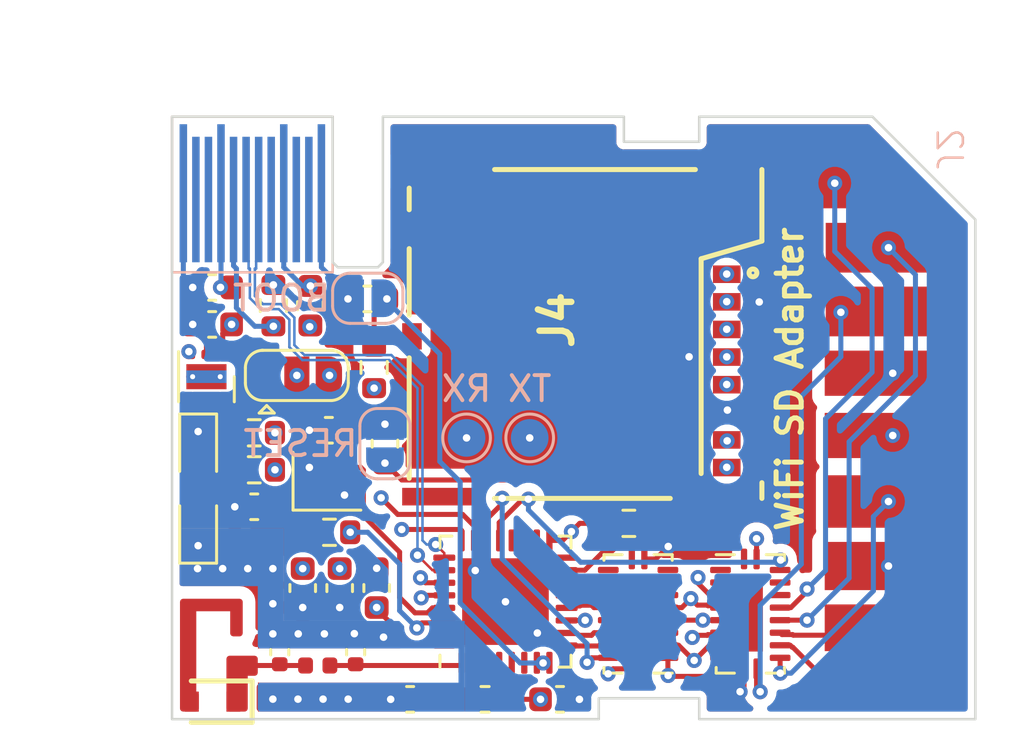
<source format=kicad_pcb>
(kicad_pcb (version 20221018) (generator pcbnew)
  (title_block (title "WiFi SD Adapter") (date "2024-01-04") (rev "v1.1.0") (company "Author: Max Zuidberg") (comment 1 "License: CERN-OHL-W"))
  (layers (0 "F.Cu" signal) (1 "In1.Cu" power) (2 "In2.Cu" power) (3 "In3.Cu" signal) (4 "In4.Cu" power) (31 "B.Cu" signal) (34 "B.Paste" user) (35 "F.Paste" user) (36 "B.SilkS" user "B.Silkscreen") (37 "F.SilkS" user "F.Silkscreen") (38 "B.Mask" user) (39 "F.Mask" user) (44 "Edge.Cuts" user))
  (net 0 "")
  (net 1 "+3.3V")
  (net 4 "/~{SD_CAR_ENABLE}")
  (net 5 "unconnected-(ANT1-NC-Pad2)")
  (net 6 "/~{SD_ESP_ENABLE}")
  (net 7 "Net-(C2-Pad1)")
  (net 8 "/3V3_RF")
  (net 9 "/USB_VBUS")
  (net 10 "Net-(JP3-B)")
  (net 14 "/USB_D-")
  (net 15 "/USB_D+")
  (net 16 "Net-(U3-XTAL_N)")
  (net 17 "Net-(U3-XTAL_P)")
  (net 18 "GND")
  (net 19 "Net-(D1-A)")
  (net 20 "+5V")
  (net 21 "Net-(D2-A)")
  (net 23 "/USB_CC1")
  (net 24 "/CS")
  (net 25 "/MOSI")
  (net 26 "/SCLK")
  (net 27 "/MISO")
  (net 34 "Net-(U3-LNA_IN)")
  (net 35 "Net-(JP2-A)")
  (net 42 "/SD_DAT2")
  (net 43 "/SD_DAT1")
  (net 50 "Net-(U3-SPIQ{slash}GPIO17)")
  (net 51 "Net-(U3-SPID{slash}GPIO16)")
  (net 54 "Net-(U3-U0TXD{slash}GPIO21)")
  (net 55 "Net-(U3-U0RXD{slash}GPIO20)")
  (net 56 "Net-(ANT1-FEED)")
  (net 57 "/SD_MISO")
  (net 58 "/SD_SCLK")
  (net 59 "/SD_MOSI")
  (net 60 "/SD_CS")
  (net 61 "/mSD_DAT2")
  (net 62 "/mSD_CS")
  (net 63 "/mSD_MOSI")
  (net 64 "/mSD_SCLK")
  (net 65 "/mSD_MISO")
  (net 66 "/mSD_DAT1")
  (net 67 "/3V3_SD_IN")
  (net 68 "/CHIP_EN")
  (footprint "Package_DFN_QFN:QFN-32-1EP_5x5mm_P0.5mm_EP3.45x3.45mm" (layer "F.Cu") (at 151.2824 79.3172 90)
    (fp_text reference "U3" hide)
    (fp_text value "ESP32-C3")
  )
  (footprint "Capacitor_SMD:C_0402_1005Metric" (layer "F.Cu") (at 145.3134 81.3334 90)
    (fp_text reference "C13" hide)
    (fp_text value "1p5")
  )
  (footprint "SamacSys_Parts:503398-1892" (layer "F.Cu") (at 161.4974 62.1062 -90)
    (fp_text reference "J4")
    (fp_text value "503398-1892" hide)
  )
  (footprint "Resistor_SMD:R_0603_1608Metric" (layer "F.Cu") (at 141.2748 74.0664)
    (fp_text reference "R1" hide)
    (fp_text value "1k")
  )
  (footprint "Capacitor_SMD:C_0402_1005Metric" (layer "F.Cu") (at 142.2908 81.3334 90)
    (fp_text reference "C4" hide)
    (fp_text value "1p5")
  )
  (footprint "Capacitor_SMD:C_0603_1608Metric" (layer "F.Cu") (at 144.2466 72.4916 180)
    (fp_text reference "C1" hide)
    (fp_text value "10p")
  )
  (footprint "Inductor_SMD:L_0603_1608Metric" (layer "F.Cu") (at 143.51 67.5292 -90)
    (fp_text reference "L2" hide)
    (fp_text value "2n2")
  )
  (footprint "LED_SMD:LED_0603_1608Metric" (layer "F.Cu") (at 139.0396 73.3298 -90)
    (fp_text reference "D2" hide)
    (fp_text value "LED_WiFi")
  )
  (footprint "Capacitor_SMD:C_0603_1608Metric" (layer "F.Cu") (at 144.6784 78.7778 -90)
    (fp_text reference "C8" hide)
    (fp_text value "100n")
  )
  (footprint "Capacitor_SMD:C_0603_1608Metric" (layer "F.Cu") (at 145.7836 67.2592 180)
    (fp_text reference "C3" hide)
    (fp_text value "100n")
  )
  (footprint "Inductor_SMD:L_0402_1005Metric" (layer "F.Cu") (at 143.8035 81.863)
    (fp_text reference "L3" hide)
    (fp_text value "2n2")
  )
  (footprint "Capacitor_SMD:C_0603_1608Metric" (layer "F.Cu") (at 146.1516 78.7784 90)
    (fp_text reference "C9" hide)
    (fp_text value "100n")
  )
  (footprint "Crystal:Crystal_SMD_2016-4Pin_2.0x1.6mm" (layer "F.Cu") (at 144.1704 74.5236)
    (fp_text reference "Y1" hide)
    (fp_text value "Crystal_GND24")
  )
  (footprint "Capacitor_SMD:C_0603_1608Metric" (layer "F.Cu") (at 139.5984 66.802 180)
    (fp_text reference "C10" hide)
    (fp_text value "100n")
  )
  (footprint "Resistor_SMD:R_0603_1608Metric" (layer "F.Cu") (at 144.272 76.5556 180)
    (fp_text reference "R4" hide)
    (fp_text value "0R")
  )
  (footprint "Inductor_SMD:L_0603_1608Metric" (layer "F.Cu") (at 150.4695 83.2104 180)
    (fp_text reference "L1" hide)
    (fp_text value "2n2")
  )
  (footprint "Resistor_SMD:R_0603_1608Metric" (layer "F.Cu") (at 146.05 69.9892 -90)
    (fp_text reference "R5" hide)
    (fp_text value "5k1")
  )
  (footprint "SamacSys_Parts:ANTC1608X40N" (layer "F.Cu") (at 139.616 83.303 180)
    (fp_text reference "ANT1" hide)
    (fp_text value "2450AT14A0100T" hide)
  )
  (footprint "Capacitor_SMD:C_0603_1608Metric" (layer "F.Cu") (at 141.2748 75.5396 180)
    (fp_text reference "C2" hide)
    (fp_text value "10p")
  )
  (footprint "Capacitor_SMD:C_0603_1608Metric" (layer "F.Cu") (at 153.4538 83.2104)
    (fp_text reference "C5" hide)
    (fp_text value "100n")
  )
  (footprint "Resistor_SMD:R_0603_1608Metric" (layer "F.Cu") (at 156.1978 76.2 180)
    (fp_text reference "R7" hide)
    (fp_text value "5k1")
  )
  (footprint "Package_DFN_QFN:DHVQFN-20-1EP_2.5x4.5mm_P0.5mm_EP1x3mm" (layer "F.Cu") (at 161.036 79.8068)
    (fp_text reference "U2" hide)
    (fp_text value "74CBTLV3245")
  )
  (footprint "Capacitor_SMD:C_0603_1608Metric" (layer "F.Cu") (at 139.5984 68.2752 180)
    (fp_text reference "C11" hide)
    (fp_text value "100n")
  )
  (footprint "Package_DFN_QFN:DHVQFN-20-1EP_2.5x4.5mm_P0.5mm_EP1x3mm" (layer "F.Cu") (at 156.5656 79.8068 180)
    (fp_text reference "U1" hide)
    (fp_text value "74CBTLV3245")
  )
  (footprint "Resistor_SMD:R_0603_1608Metric" (layer "F.Cu") (at 142.0368 67.5254 90)
    (fp_text reference "R3" hide)
    (fp_text value "5k1")
  )
  (footprint "Jumper:SolderJumper-3_P1.3mm_Open_RoundedPad1.0x1.5mm" (layer "F.Cu") (at 142.972 70.3072)
    (fp_text reference "JP2" hide)
    (fp_text value "ESP_Power_Select")
  )
  (footprint "Capacitor_SMD:C_0603_1608Metric" (layer "F.Cu") (at 147.4848 83.2104 180)
    (fp_text reference "C6" hide)
    (fp_text value "100n")
  )
  (footprint "LED_SMD:LED_0603_1608Metric" (layer "F.Cu") (at 139.0396 76.3016 90)
    (fp_text reference "D1" hide)
    (fp_text value "LED_SD")
  )
  (footprint "Capacitor_SMD:C_0603_1608Metric" (layer "F.Cu") (at 143.2052 78.7778 -90)
    (fp_text reference "C7" hide)
    (fp_text value "10u")
  )
  (footprint "Package_SON:WSON-6-1EP_2x2mm_P0.65mm_EP1x1.6mm_ThermalVias" (layer "F.Cu") (at 139.3698 70.358 -90)
    (fp_text reference "U4" hide)
    (fp_text value "TLV73333PDRV")
  )
  (footprint "Resistor_SMD:R_0603_1608Metric" (layer "F.Cu") (at 141.2748 72.5932)
    (fp_text reference "R6" hide)
    (fp_text value "1k")
  )
  (footprint "Capacitor_SMD:C_0603_1608Metric" (layer "F.Cu") (at 146.4818 73.025 90)
    (fp_text reference "C12" hide)
    (fp_text value "100n")
  )
  (footprint "WiFi-SD-Adapter-Footprints:SD_Card" (layer "B.Cu") (at 170 84 90)
    (fp_text reference "J2")
    (fp_text value "SD_Card")
  )
  (footprint "TestPoint:TestPoint_Pad_D1.5mm" (layer "B.Cu") (at 149.733 72.7964 180)
    (fp_text reference "TP2" hide)
    (fp_text value "RX")
  )
  (footprint "Jumper:SolderJumper-2_P1.3mm_Open_RoundedPad1.0x1.5mm" (layer "B.Cu") (at 146.4818 73.025 -90)
    (fp_text reference "JP3" hide)
    (fp_text value "Boot")
  )
  (footprint "WiFi-SD-Adapter-Footprints:USB_C_PCB_Single-Side" (layer "B.Cu") (at 141.2 60 180)
    (fp_text reference "J3" hide)
    (fp_text value "USB_C_Receptacle_USB2.0")
  )
  (footprint "TestPoint:TestPoint_Pad_D1.5mm" (layer "B.Cu") (at 152.2476 72.7964 180)
    (fp_text reference "TP1" hide)
    (fp_text value "TX")
  )
  (footprint "Jumper:SolderJumper-2_P1.3mm_Open_RoundedPad1.0x1.5mm" (layer "B.Cu") (at 145.796 67.2338)
    (fp_text reference "JP1" hide)
    (fp_text value "Reset")
  )
  (gr_poly (pts (xy 138 84) (xy 155 84) (xy 155 83.167) (xy 159 83.167) (xy 159 84) (xy 170 84) (xy 170 64.1) (xy 165.9 60) (xy 159 60) (xy 159 61) (xy 156 61) (xy 156 60) (xy 146.4 60) (xy 146.4 65.8) (xy 146.2 66) (xy 144.6 66) (xy 144.4 65.8) (xy 144.4 60) (xy 138 60)) (stroke (width 0.1)) (fill none) (layer "Edge.Cuts"))
  (gr_text "BOOT" (at 144.396 67.2338) (layer "B.SilkS") (effects (font (size 1 1) (thickness 0.155)) (justify left mirror)))
  (gr_text "TX" (at 152.2476 71.4248) (layer "B.SilkS") (effects (font (size 1 1) (thickness 0.155)) (justify bottom mirror)))
  (gr_text "RX" (at 149.733 71.4248) (layer "B.SilkS") (effects (font (size 1 1) (thickness 0.155)) (justify bottom mirror)))
  (gr_text "RESET" (at 145.4818 73.025) (layer "B.SilkS") (effects (font (size 1 1) (thickness 0.155)) (justify left mirror)))
  (gr_text "WiFi SD Adapter" (at 162.6108 76.6064 90) (layer "F.SilkS") (effects (font (size 1 1) (thickness 0.2) bold) (justify left)))
  (segment (start 154.451 80.0672) (end 154.4574 80.0608) (width 0.2) (layer "F.Cu") (net 1))
  (segment (start 155.5719 81.9943) (end 155.3718 82.1944) (width 0.2) (layer "F.Cu") (net 1))
  (segment (start 148.8449 81.0672) (end 148.8449 80.5672) (width 0.2) (layer "F.Cu") (net 1))
  (segment (start 161.286 77.6193) (end 161.286 76.8096) (width 0.2) (layer "F.Cu") (net 1))
  (segment (start 147.605578 81.0672) (end 148.8449 81.0672) (width 0.2) (layer "F.Cu") (net 1))
  (segment (start 154.2389 76.2) (end 153.9087 76.5302) (width 0.2) (layer "F.Cu") (net 1))
  (segment (start 153.0324 76.8797) (end 153.5592 76.8797) (width 0.2) (layer "F.Cu") (net 1))
  (segment (start 155.3728 76.2) (end 154.2389 76.2) (width 0.2) (layer "F.Cu") (net 1))
  (segment (start 146.151599 79.613221) (end 147.605578 81.0672) (width 0.2) (layer "F.Cu") (net 1))
  (segment (start 156.3156 81.9943) (end 155.5719 81.9943) (width 0.2) (layer "F.Cu") (net 1))
  (segment (start 153.7199 80.0672) (end 154.451 80.0672) (width 0.2) (layer "F.Cu") (net 1))
  (segment (start 151.257 83.2104) (end 152.6788 83.2104) (width 0.2) (layer "F.Cu") (net 1))
  (segment (start 153.5592 76.8797) (end 153.9087 76.5302) (width 0.2) (layer "F.Cu") (net 1))
  (segment (start 146.151599 79.553401) (end 146.151599 79.613221) (width 0.2) (layer "F.Cu") (net 1))
  (via (at 155.3718 82.1944) (size 0.6) (drill 0.3) (layers "F.Cu" "B.Cu") (net 1))
  (via (at 153.9087 76.5302) (size 0.6) (drill 0.3) (layers "F.Cu" "B.Cu") (net 1))
  (via (at 154.4574 80.0608) (size 0.6) (drill 0.3) (layers "F.Cu" "B.Cu") (net 1))
  (via (at 146.151599 79.553401) (size 0.6) (drill 0.3) (layers "F.Cu" "B.Cu") (net 1))
  (via (at 142.972 70.307198) (size 0.6) (drill 0.3) (layers "F.Cu" "B.Cu") (net 1))
  (via (at 160.097398 69.5686) (size 0.6) (drill 0.3) (layers "F.Cu" "B.Cu") (net 1))
  (via (at 144.6784 78.0028) (size 0.6) (drill 0.3) (layers "F.Cu" "B.Cu") (net 1))
  (via (at 161.286 76.8096) (size 0.6) (drill 0.3) (layers "F.Cu" "B.Cu") (net 1))
  (via (at 143.2052 78.002798) (size 0.6) (drill 0.3) (layers "F.Cu" "B.Cu") (net 1))
  (via (at 146.049998 70.8142) (size 0.6) (drill 0.3) (layers "F.Cu" "B.Cu") (net 1))
  (via (at 152.6788 83.210402) (size 0.6) (drill 0.3) (layers "F.Cu" "B.Cu") (net 1))
  (segment (start 151.0324 76.1706) (end 151.9682 75.2348) (width 0.2) (layer "F.Cu") (net 4))
  (segment (start 162.2235 77.679656) (end 162.242578 77.660578) (width 0.2) (layer "F.Cu") (net 4))
  (segment (start 151.0324 76.8797) (end 151.0324 76.1706) (width 0.2) (layer "F.Cu") (net 4))
  (segment (start 151.9682 75.2348) (end 152.1968 75.2348) (width 0.2) (layer "F.Cu") (net 4))
  (segment (start 162.2235 78.0568) (end 162.2235 77.679656) (width 0.2) (layer "F.Cu") (net 4))
  (via (at 162.242578 77.660578) (size 0.6) (drill 0.3) (layers "F.Cu" "B.Cu") (net 4))
  (via (at 152.1968 75.2348) (size 0.6) (drill 0.3) (layers "F.Cu" "B.Cu") (net 4))
  (segment (start 152.1968 75.6666) (end 154.2796 77.7494) (width 0.2) (layer "B.Cu") (net 4))
  (segment (start 152.1968 75.2348) (end 152.1968 75.6666) (width 0.2) (layer "B.Cu") (net 4))
  (segment (start 162.153756 77.7494) (end 162.242578 77.660578) (width 0.2) (layer "B.Cu") (net 4))
  (segment (start 154.2796 77.7494) (end 162.153756 77.7494) (width 0.2) (layer "B.Cu") (net 4))
  (segment (start 150.5324 76.0356) (end 151.1533 75.4147) (width 0.2) (layer "F.Cu") (net 6))
  (segment (start 151.1533 75.4147) (end 151.1533 75.201878) (width 0.2) (layer "F.Cu") (net 6))
  (segment (start 154.714 81.5568) (end 154.5336 81.7372) (width 0.2) (layer "F.Cu") (net 6))
  (segment (start 155.3781 81.5568) (end 154.714 81.5568) (width 0.2) (layer "F.Cu") (net 6))
  (segment (start 150.5324 76.8797) (end 150.5324 76.0356) (width 0.2) (layer "F.Cu") (net 6))
  (via (at 151.1533 75.201878) (size 0.6) (drill 0.3) (layers "F.Cu" "B.Cu") (net 6))
  (via (at 154.5336 81.7372) (size 0.6) (drill 0.3) (layers "F.Cu" "B.Cu") (net 6))
  (segment (start 154.5336 81.0006) (end 151.1533 77.6203) (width 0.2) (layer "B.Cu") (net 6))
  (segment (start 154.5336 81.7372) (end 154.5336 81.0006) (width 0.2) (layer "B.Cu") (net 6))
  (segment (start 151.1533 77.6203) (end 151.1533 75.201878) (width 0.2) (layer "B.Cu") (net 6))
  (segment (start 143.447 76.5556) (end 143.0044 76.113) (width 0.2) (layer "F.Cu") (net 7))
  (segment (start 143.0044 76.113) (end 143.0044 75.5396) (width 0.2) (layer "F.Cu") (net 7))
  (segment (start 142.0498 75.5396) (end 143.0044 75.5396) (width 0.2) (layer "F.Cu") (net 7))
  (segment (start 143.0044 75.5396) (end 143.4704 75.0736) (width 0.2) (layer "F.Cu") (net 7))
  (segment (start 150.0324 81.7547) (end 150.5324 81.7547) (width 0.2) (layer "F.Cu") (net 8))
  (segment (start 149.682 83.2104) (end 148.2598 83.2104) (width 0.2) (layer "F.Cu") (net 8))
  (segment (start 149.682 83.2104) (end 150.0324 82.86) (width 0.2) (layer "F.Cu") (net 8))
  (segment (start 150.0324 82.86) (end 150.0324 81.7547) (width 0.2) (layer "F.Cu") (net 8))
  (segment (start 140.3734 66.802) (end 139.9286 66.802) (width 0.2) (layer "F.Cu") (net 9))
  (via (at 143.509999 66.741701) (size 0.6) (drill 0.3) (layers "F.Cu" "B.Cu") (net 9))
  (via (at 139.9286 66.802) (size 0.6) (drill 0.3) (layers "F.Cu" "B.Cu") (net 9))
  (segment (start 143.191701 66.741701) (end 143.509999 66.741701) (width 0.2) (layer "B.Cu") (net 9))
  (segment (start 139.95 66.7806) (end 139.9286 66.802) (width 0.2) (layer "B.Cu") (net 9))
  (segment (start 142.45 66) (end 143.191701 66.741701) (width 0.2) (layer "B.Cu") (net 9))
  (segment (start 142.45 63.05) (end 142.45 66) (width 0.2) (layer "B.Cu") (net 9))
  (segment (start 139.95 63.05) (end 139.95 66.7806) (width 0.2) (layer "B.Cu") (net 9))
  (segment (start 155.115948 77.3938) (end 155.4356 77.3938) (width 0.2) (layer "F.Cu") (net 10))
  (segment (start 156.6294 76.2) (end 157.0228 76.2) (width 0.2) (layer "F.Cu") (net 10))
  (segment (start 154.442548 78.0672) (end 155.115948 77.3938) (width 0.2) (layer "F.Cu") (net 10))
  (segment (start 155.2956 74.4728) (end 147.1546 74.4728) (width 0.2) (layer "F.Cu") (net 10))
  (segment (start 157.0228 76.2) (end 155.2956 74.4728) (width 0.2) (layer "F.Cu") (net 10))
  (segment (start 147.1546 74.4728) (end 146.4818 73.8) (width 0.2) (layer "F.Cu") (net 10))
  (segment (start 153.7199 78.0672) (end 154.442548 78.0672) (width 0.2) (layer "F.Cu") (net 10))
  (segment (start 155.4356 77.3938) (end 156.6294 76.2) (width 0.2) (layer "F.Cu") (net 10))
  (via (at 146.4818 73.799998) (size 0.6) (drill 0.3) (layers "F.Cu" "B.Cu") (net 10))
  (segment (start 148.8449 77.5672) (end 148.8449 77.386855) (width 0.1) (layer "F.Cu") (net 14))
  (segment (start 148.8449 77.386855) (end 148.501445 77.0434) (width 0.1) (layer "F.Cu") (net 14))
  (via (at 148.501445 77.0434) (size 0.6) (drill 0.3) (layers "F.Cu" "B.Cu") (net 14))
  (segment (start 148.140067 77.0434) (end 148.501445 77.0434) (width 0.1) (layer "B.Cu") (net 14))
  (segment (start 142.8734 68.005178) (end 142.8734 69.097378) (width 0.1) (layer "B.Cu") (net 14))
  (segment (start 141.35 66.05) (end 141.3 66.05) (width 0.1) (layer "B.Cu") (net 14))
  (segment (start 141.45 65.65) (end 141.35 65.75) (width 0.1) (layer "B.Cu") (net 14))
  (segment (start 143.272022 69.496) (end 146.7374 69.496) (width 0.1) (layer "B.Cu") (net 14))
  (segment (start 147.976701 76.880034) (end 148.140067 77.0434) (width 0.1) (layer "B.Cu") (net 14))
  (segment (start 141.3 66.05) (end 141.3 67.142978) (width 0.1) (layer "B.Cu") (net 14))
  (segment (start 142.8734 69.097378) (end 143.272022 69.496) (width 0.1) (layer "B.Cu") (net 14))
  (segment (start 141.3 67.142978) (end 141.623121 67.466099) (width 0.1) (layer "B.Cu") (net 14))
  (segment (start 147.976701 70.735301) (end 147.976701 76.880034) (width 0.1) (layer "B.Cu") (net 14))
  (segment (start 141.623121 67.466099) (end 142.333615 67.466099) (width 0.1) (layer "B.Cu") (net 14))
  (segment (start 146.7374 69.496) (end 147.976701 70.735301) (width 0.1) (layer "B.Cu") (net 14))
  (segment (start 141.45 63.3) (end 141.45 65.65) (width 0.1) (layer "B.Cu") (net 14))
  (segment (start 142.407715 67.5402) (end 142.408422 67.5402) (width 0.1) (layer "B.Cu") (net 14))
  (segment (start 142.333615 67.466099) (end 142.407715 67.5402) (width 0.1) (layer "B.Cu") (net 14))
  (segment (start 142.408422 67.5402) (end 142.8734 68.005178) (width 0.1) (layer "B.Cu") (net 14))
  (segment (start 141.35 65.75) (end 141.35 66.05) (width 0.1) (layer "B.Cu") (net 14))
  (segment (start 148.8449 78.0672) (end 148.3744 78.0672) (width 0.1) (layer "F.Cu") (net 15))
  (segment (start 148.3744 78.0672) (end 147.7772 77.47) (width 0.1) (layer "F.Cu") (net 15))
  (via (at 147.7772 77.47) (size 0.6) (drill 0.3) (layers "F.Cu" "B.Cu") (net 15))
  (segment (start 142.6734 69.180222) (end 143.189178 69.696) (width 0.1) (layer "B.Cu") (net 15))
  (segment (start 142.250978 67.6656) (end 142.6734 68.088022) (width 0.1) (layer "B.Cu") (net 15))
  (segment (start 142.6734 68.088022) (end 142.6734 69.180222) (width 0.1) (layer "B.Cu") (net 15))
  (segment (start 141.05 66.05) (end 141.1 66.05) (width 0.1) (layer "B.Cu") (net 15))
  (segment (start 141.1 66.05) (end 141.1 67.225822) (width 0.1) (layer "B.Cu") (net 15))
  (segment (start 143.189178 69.696) (end 146.655262 69.696) (width 0.1) (layer "B.Cu") (net 15))
  (segment (start 146.655262 69.696) (end 147.7772 70.817938) (width 0.1) (layer "B.Cu") (net 15))
  (segment (start 141.05 65.75) (end 141.05 66.05) (width 0.1) (layer "B.Cu") (net 15))
  (segment (start 147.7772 70.817938) (end 147.7772 77.47) (width 0.1) (layer "B.Cu") (net 15))
  (segment (start 141.539778 67.6656) (end 142.250978 67.6656) (width 0.1) (layer "B.Cu") (net 15))
  (segment (start 141.1 67.225822) (end 141.539778 67.6656) (width 0.1) (layer "B.Cu") (net 15))
  (segment (start 140.95 63.3) (end 140.95 65.65) (width 0.1) (layer "B.Cu") (net 15))
  (segment (start 140.95 65.65) (end 141.05 65.75) (width 0.1) (layer "B.Cu") (net 15))
  (segment (start 147.066 79.153936) (end 147.066 77.342493) (width 0.2) (layer "F.Cu") (net 16))
  (segment (start 145.6204 75.896893) (end 145.6204 74.0736) (width 0.2) (layer "F.Cu") (net 16))
  (segment (start 144.9324 72.5808) (end 145.0216 72.4916) (width 0.2) (layer "F.Cu") (net 16))
  (segment (start 147.677652 79.765588) (end 147.066 79.153936) (width 0.2) (layer "F.Cu") (net 16))
  (segment (start 145.5204 73.9736) (end 144.8704 73.9736) (width 0.2) (layer "F.Cu") (net 16))
  (segment (start 147.066 77.342493) (end 145.6204 75.896893) (width 0.2) (layer "F.Cu") (net 16))
  (segment (start 148.8449 79.5672) (end 148.372684 79.5672) (width 0.2) (layer "F.Cu") (net 16))
  (segment (start 144.9324 73.9116) (end 144.9324 72.5808) (width 0.2) (layer "F.Cu") (net 16))
  (segment (start 145.6204 74.0736) (end 145.5204 73.9736) (width 0.2) (layer "F.Cu") (net 16))
  (segment (start 144.8704 73.9736) (end 144.9324 73.9116) (width 0.2) (layer "F.Cu") (net 16))
  (segment (start 148.372684 79.5672) (end 148.174296 79.765588) (width 0.2) (layer "F.Cu") (net 16))
  (segment (start 148.174296 79.765588) (end 147.677652 79.765588) (width 0.2) (layer "F.Cu") (net 16))
  (segment (start 148.339775 80.165089) (end 147.952311 80.165089) (width 0.2) (layer "F.Cu") (net 17))
  (segment (start 147.952311 80.165089) (end 147.7518 80.3656) (width 0.2) (layer "F.Cu") (net 17))
  (segment (start 148.8449 80.0672) (end 148.437664 80.0672) (width 0.2) (layer "F.Cu") (net 17))
  (segment (start 148.437664 80.0672) (end 148.339775 80.165089) (width 0.2) (layer "F.Cu") (net 17))
  (via (at 147.7518 80.3656) (size 0.6) (drill 0.3) (layers "F.Cu" "B.Cu") (net 17))
  (via (at 145.097 76.5556) (size 0.6) (drill 0.3) (layers "F.Cu" "B.Cu") (net 17))
  (segment (start 147.066 77.8256) (end 145.796 76.5556) (width 0.2) (layer "B.Cu") (net 17))
  (segment (start 147.7518 80.3656) (end 147.066 79.6798) (width 0.2) (layer "B.Cu") (net 17))
  (segment (start 145.796 76.5556) (end 145.097 76.5556) (width 0.2) (layer "B.Cu") (net 17))
  (segment (start 147.066 79.6798) (end 147.066 77.8256) (width 0.2) (layer "B.Cu") (net 17))
  (segment (start 139.3698 69.4705) (end 139.3698 68.8216) (width 0.2) (layer "F.Cu") (net 18))
  (segment (start 160.786 81.9943) (end 160.786 82.7492) (width 0.2) (layer "F.Cu") (net 18))
  (segment (start 160.786 82.7492) (end 160.6296 82.9056) (width 0.2) (layer "F.Cu") (net 18))
  (segment (start 156.8156 77.6193) (end 157.270278 77.6193) (width 0.2) (layer "F.Cu") (net 18))
  (segment (start 139.3698 68.8216) (end 138.8234 68.2752) (width 0.2) (layer "F.Cu") (net 18))
  (segment (start 157.270278 77.6193) (end 157.767289 77.122289) (width 0.2) (layer "F.Cu") (net 18))
  (via (at 138.8234 68.275202) (size 0.6) (drill 0.3) (layers "F.Cu" "B.Cu") (net 18))
  (via (at 143.4716 72.491602) (size 0.6) (drill 0.3) (layers "F.Cu" "B.Cu") (net 18))
  (via (at 144.0688 80.603) (size 0.6) (drill 0.3) (layers "F.Cu" "B.Cu") (net 18))
  (via (at 144.678402 79.552801) (size 0.6) (drill 0.3) (layers "F.Cu" "B.Cu") (net 18))
  (via (at 139.016 78.003) (size 0.6) (drill 0.3) (layers "F.Cu" "B.Cu") (net 18))
  (via (at 157.767289 77.122289) (size 0.6) (drill 0.3) (layers "F.Cu" "B.Cu") (net 18))
  (via (at 166.540002 77.899999) (size 0.6) (drill 0.3) (layers "F.Cu" "B.Cu") (net 18))
  (via (at 151.2824 79.3242) (size 0.6) (drill 0.3) (layers "F.Cu" "B.Cu") (net 18))
  (via (at 146.151601 77.990398) (size 0.6) (drill 0.3) (layers "F.Cu" "B.Cu") (net 18))
  (via (at 146.424778 80.734222) (size 0.6) (drill 0.3) (layers "F.Cu" "B.Cu") (net 18))
  (via (at 142.016 80.603) (size 0.6) (drill 0.3) (layers "F.Cu" "B.Cu") (net 18))
  (via (at 139.0396 72.542302) (size 0.6) (drill 0.3) (layers "F.Cu" "B.Cu") (net 18))
  (via (at 145.0086 67.259202) (size 0.6) (drill 0.3) (layers "F.Cu" "B.Cu") (net 18))
  (via (at 166.710002 70.22) (size 0.6) (drill 0.3) (layers "F.Cu" "B.Cu") (net 18))
  (via (at 143.016 83.203) (size 0.6) (drill 0.3) (layers "F.Cu" "B.Cu") (net 18))
  (via (at 154.2288 83.2104) (size 0.6) (drill 0.3) (layers "F.Cu" "B.Cu") (net 18))
  (via (at 145.016 83.203) (size 0.6) (drill 0.3) (layers "F.Cu" "B.Cu") (net 18))
  (via (at 138.8234 66.802002) (size 0.6) (drill 0.3) (layers "F.Cu" "B.Cu") (net 18))
  (via (at 158.5976 69.566) (size 0.6) (drill 0.3) (layers "F.Cu" "B.Cu") (net 18))
  (via (at 152.5524 80.5688) (size 0.6) (drill 0.3) (layers "F.Cu" "B.Cu") (net 18))
  (via (at 146.709802 83.2104) (size 0.6) (drill 0.3) (layers "F.Cu" "B.Cu") (net 18))
  (via (at 142.016 83.203) (size 0.6) (drill 0.3) (layers "F.Cu" "B.Cu") (net 18))
  (via (at 143.4704 73.973602) (size 0.6) (drill 0.3) (layers "F.Cu" "B.Cu") (net 18))
  (via (at 142.016 79.403) (size 0.6) (drill 0.3) (layers "F.Cu" "B.Cu") (net 18))
  (via (at 140.499802 75.539599) (size 0.6) (drill 0.3) (layers "F.Cu" "B.Cu") (net 18))
  (via (at 142.016 78.003) (size 0.6) (drill 0.3) (layers "F.Cu" "B.Cu") (net 18))
  (via (at 140.016 78.003) (size 0.6) (drill 0.3) (layers "F.Cu" "B.Cu") (net 18))
  (via (at 160.6296 82.9056) (size 0.6) (drill 0.3) (layers "F.Cu" "B.Cu") (net 18))
  (via (at 145.2626 80.5942) (size 0.6) (drill 0.3) (layers "F.Cu" "B.Cu") (net 18))
  (via (at 146.481801 72.249998) (size 0.6) (drill 0.3) (layers "F.Cu" "B.Cu") (net 18))
  (via (at 160.123555 71.6889) (size 0.6) (drill 0.3) (layers "F.Cu" "B.Cu") (net 18))
  (via (at 141.016 78.003) (size 0.6) (drill 0.3) (layers "F.Cu" "B.Cu") (net 18))
  (via (at 161.3916 67.3816) (size 0.6) (drill 0.3) (layers "F.Cu" "B.Cu") (net 18))
  (via (at 144.8704 75.073602) (size 0.6) (drill 0.3) (layers "F.Cu" "B.Cu") (net 18))
  (via (at 143.0274 80.603) (size 0.6) (drill 0.3) (layers "F.Cu" "B.Cu") (net 18))
  (via (at 142.036799 66.700398) (size 0.6) (drill 0.3) (layers "F.Cu" "B.Cu") (net 18))
  (via (at 143.205198 79.5528) (size 0.6) (drill 0.3) (layers "F.Cu" "B.Cu") (net 18))
  (via (at 150.0785 78.0796) (size 0.6) (drill 0.3) (layers "F.Cu" "B.Cu") (net 18))
  (via (at 144.016 83.203) (size 0.6) (drill 0.3) (layers "F.Cu" "B.Cu") (net 18))
  (via (at 139.0396 77.089102) (size 0.6) (drill 0.3) (layers "F.Cu" "B.Cu") (net 18))
  (segment (start 138.45 63.05) (end 138.45 66.428602) (width 0.2) (layer "B.Cu") (net 18))
  (segment (start 143.95 63.05) (end 143.95 66) (width 0.2) (layer "B.Cu") (net 18))
  (segment (start 138.45 66.428602) (end 138.8234 66.802002) (width 0.2) (layer "B.Cu") (net 18))
  (segment (start 143.95 66) (end 144.7012 66.7512) (width 0.2) (layer "B.Cu") (net 18))
  (segment (start 140.4498 74.1039) (end 140.4498 74.0664) (width 0.2) (layer "F.Cu") (net 19))
  (segment (start 139.0396 75.5141) (end 140.4498 74.1039) (width 0.2) (layer "F.Cu") (net 19))
  (segment (start 140.0198 68.6288) (end 140.3734 68.2752) (width 0.2) (layer "F.Cu") (net 20))
  (segment (start 138.7198 69.407998) (end 138.6703 69.358498) (width 0.2) (layer "F.Cu") (net 20))
  (segment (start 140.0198 69.4705) (end 140.0198 68.6288) (width 0.2) (layer "F.Cu") (net 20))
  (segment (start 138.7198 69.4705) (end 138.7198 69.407998) (width 0.2) (layer "F.Cu") (net 20))
  (via (at 138.6703 69.358498) (size 0.6) (drill 0.3) (layers "F.Cu" "B.Cu") (net 20))
  (via (at 143.484599 68.367401) (size 0.6) (drill 0.3) (layers "F.Cu" "B.Cu") (net 20))
  (via (at 140.3734 68.275202) (size 0.6) (drill 0.3) (layers "F.Cu" "B.Cu") (net 20))
  (segment (start 139.0396 74.1173) (end 140.4498 72.7071) (width 0.2) (layer "F.Cu") (net 21))
  (segment (start 140.4498 72.7071) (end 140.4498 72.5932) (width 0.2) (layer "F.Cu") (net 21))
  (via (at 142.036798 68.350401) (size 0.6) (drill 0.3) (layers "F.Cu" "B.Cu") (net 23))
  (segment (start 140.5636 66.0492) (end 140.5636 67.6148) (width 0.2) (layer "B.Cu") (net 23))
  (segment (start 140.45 65.9356) (end 140.5636 66.0492) (width 0.2) (layer "B.Cu") (net 23))
  (segment (start 140.5636 67.6148) (end 141.299201 68.350401) (width 0.2) (layer "B.Cu") (net 23))
  (segment (start 141.299201 68.350401) (end 142.036798 68.350401) (width 0.2) (layer "B.Cu") (net 23))
  (segment (start 140.45 63.3) (end 140.45 65.9356) (width 0.2) (layer "B.Cu") (net 23))
  (segment (start 153.7199 79.0672) (end 153.7303 79.0568) (width 0.2) (layer "F.Cu") (net 24))
  (segment (start 153.7303 79.0568) (end 155.3781 79.0568) (width 0.2) (layer "F.Cu") (net 24))
  (segment (start 153.7199 81.0672) (end 153.737901 81.085201) (width 0.2) (layer "F.Cu") (net 25))
  (segment (start 153.737901 81.085201) (end 155.349699 81.085201) (width 0.2) (layer "F.Cu") (net 25))
  (segment (start 155.349699 81.085201) (end 155.3781 81.0568) (width 0.2) (layer "F.Cu") (net 25))
  (segment (start 154.209078 80.6603) (end 154.7114 80.6603) (width 0.2) (layer "F.Cu") (net 26))
  (segment (start 154.115978 80.5672) (end 154.209078 80.6603) (width 0.2) (layer "F.Cu") (net 26))
  (segment (start 154.7114 80.6603) (end 154.8149 80.5568) (width 0.2) (layer "F.Cu") (net 26))
  (segment (start 154.8149 80.5568) (end 155.3781 80.5568) (width 0.2) (layer "F.Cu") (net 26))
  (segment (start 153.7199 80.5672) (end 154.115978 80.5672) (width 0.2) (layer "F.Cu") (net 26))
  (segment (start 153.7949 79.4922) (end 154.245052 79.4922) (width 0.2) (layer "F.Cu") (net 27))
  (segment (start 153.7199 79.5672) (end 153.7949 79.4922) (width 0.2) (layer "F.Cu") (net 27))
  (segment (start 154.275952 79.4613) (end 154.7114 79.4613) (width 0.2) (layer "F.Cu") (net 27))
  (segment (start 154.245052 79.4922) (end 154.275952 79.4613) (width 0.2) (layer "F.Cu") (net 27))
  (segment (start 154.7114 79.4613) (end 154.8069 79.5568) (width 0.2) (layer "F.Cu") (net 27))
  (segment (start 154.8069 79.5568) (end 155.3781 79.5568) (width 0.2) (layer "F.Cu") (net 27))
  (segment (start 149.4241 81.863) (end 144.2885 81.863) (width 0.2) (layer "F.Cu") (net 34))
  (segment (start 139.3698 71.501) (end 139.6492 71.7804) (width 0.2) (layer "F.Cu") (net 35))
  (segment (start 139.6492 71.7804) (end 140.5128 71.7804) (width 0.2) (layer "F.Cu") (net 35))
  (segment (start 140.5128 71.7804) (end 141.672 70.6212) (width 0.2) (layer "F.Cu") (net 35))
  (segment (start 139.3698 71.2455) (end 139.3698 71.501) (width 0.2) (layer "F.Cu") (net 35))
  (segment (start 141.672 70.6212) (end 141.672 70.3072) (width 0.2) (layer "F.Cu") (net 35))
  (segment (start 163.2966 78.908852) (end 163.2966 78.8162) (width 0.2) (layer "F.Cu") (net 42))
  (segment (start 162.2235 79.5568) (end 162.648652 79.5568) (width 0.2) (layer "F.Cu") (net 42))
  (segment (start 162.648652 79.5568) (end 163.2966 78.908852) (width 0.2) (layer "F.Cu") (net 42))
  (via (at 164.400002 62.65) (size 0.6) (drill 0.3) (layers "F.Cu" "B.Cu") (net 42))
  (via (at 163.2966 78.8162) (size 0.6) (drill 0.3) (layers "F.Cu" "B.Cu") (net 42))
  (segment (start 163.2966 78.8162) (end 164.0332 78.0796) (width 0.2) (layer "B.Cu") (net 42))
  (segment (start 165.8874 70.1802) (end 165.8874 66.8528) (width 0.2) (layer "B.Cu") (net 42))
  (segment (start 164.0332 72.0344) (end 165.8874 70.1802) (width 0.2) (layer "B.Cu") (net 42))
  (segment (start 165.8874 66.8528) (end 164.400002 65.365402) (width 0.2) (layer "B.Cu") (net 42))
  (segment (start 164.0332 78.0796) (end 164.0332 72.0344) (width 0.2) (layer "B.Cu") (net 42))
  (segment (start 164.400002 65.365402) (end 164.400002 62.65) (width 0.2) (layer "B.Cu") (net 42))
  (segment (start 162.625798 81.0568) (end 162.704999 81.136001) (width 0.2) (layer "F.Cu") (net 43))
  (segment (start 162.730399 81.136001) (end 163.784398 82.19) (width 0.2) (layer "F.Cu") (net 43))
  (segment (start 162.2235 81.0568) (end 162.625798 81.0568) (width 0.2) (layer "F.Cu") (net 43))
  (segment (start 163.784398 82.19) (end 166.54 82.19) (width 0.2) (layer "F.Cu") (net 43))
  (segment (start 162.704999 81.136001) (end 162.730399 81.136001) (width 0.2) (layer "F.Cu") (net 43))
  (segment (start 149.4943 76.4439) (end 147.150475 76.4439) (width 0.2) (layer "F.Cu") (net 50))
  (segment (start 149.5324 76.482) (end 149.4943 76.4439) (width 0.2) (layer "F.Cu") (net 50))
  (segment (start 149.5324 76.8797) (end 149.5324 76.482) (width 0.2) (layer "F.Cu") (net 50))
  (via (at 142.099802 74.066401) (size 0.6) (drill 0.3) (layers "F.Cu" "B.Cu") (net 50))
  (via (at 147.150475 76.4439) (size 0.6) (drill 0.3) (layers "F.Cu" "B.Cu") (net 50))
  (segment (start 150.0324 76.3016) (end 149.5747 75.8439) (width 0.2) (layer "F.Cu") (net 51))
  (segment (start 149.5747 75.8439) (end 146.9893 75.8439) (width 0.2) (layer "F.Cu") (net 51))
  (segment (start 150.0324 76.8797) (end 150.0324 76.3016) (width 0.2) (layer "F.Cu") (net 51))
  (segment (start 146.9893 75.8439) (end 146.3294 75.184) (width 0.2) (layer "F.Cu") (net 51))
  (via (at 146.3294 75.184) (size 0.6) (drill 0.3) (layers "F.Cu" "B.Cu") (net 51))
  (via (at 142.0998 72.593202) (size 0.6) (drill 0.3) (layers "F.Cu" "B.Cu") (net 51))
  (segment (start 148.024862 79.0672) (end 147.925974 79.166088) (width 0.2) (layer "F.Cu") (net 54))
  (segment (start 148.8449 79.0672) (end 148.024862 79.0672) (width 0.2) (layer "F.Cu") (net 54))
  (via (at 147.925974 79.166088) (size 0.6) (drill 0.3) (layers "F.Cu" "B.Cu") (net 54))
  (via (at 152.247599 72.796399) (size 0.6) (drill 0.3) (layers "F.Cu" "B.Cu") (net 54))
  (segment (start 148.8449 78.5672) (end 148.097289 78.5672) (width 0.2) (layer "F.Cu") (net 55))
  (segment (start 148.097289 78.5672) (end 147.897193 78.367104) (width 0.2) (layer "F.Cu") (net 55))
  (via (at 147.897193 78.367104) (size 0.6) (drill 0.3) (layers "F.Cu" "B.Cu") (net 55))
  (via (at 149.732998 72.796401) (size 0.6) (drill 0.3) (layers "F.Cu" "B.Cu") (net 55))
  (segment (start 143.016 81.863) (end 140.626 81.863) (width 0.2) (layer "F.Cu") (net 56))
  (segment (start 140.626 81.863) (end 140.441 82.048) (width 0.2) (layer "F.Cu") (net 56))
  (segment (start 140.441 82.048) (end 140.441 83.303) (width 0.2) (layer "F.Cu") (net 56))
  (segment (start 162.2235 80.5568) (end 162.2985 80.6318) (width 0.2) (layer "F.Cu") (net 57))
  (segment (start 162.2985 80.6318) (end 162.723652 80.6318) (width 0.2) (layer "F.Cu") (net 57))
  (segment (start 162.748152 80.6563) (end 166.2437 80.6563) (width 0.2) (layer "F.Cu") (net 57))
  (segment (start 166.2437 80.6563) (end 166.54 80.36) (width 0.2) (layer "F.Cu") (net 57))
  (segment (start 162.723652 80.6318) (end 162.748152 80.6563) (width 0.2) (layer "F.Cu") (net 57))
  (segment (start 162.2235 81.5568) (end 162.2235 82.1627) (width 0.2) (layer "F.Cu") (net 58))
  (segment (start 162.2235 82.1627) (end 162.2298 82.169) (width 0.2) (layer "F.Cu") (net 58))
  (via (at 162.2298 82.169) (size 0.6) (drill 0.3) (layers "F.Cu" "B.Cu") (net 58))
  (via (at 166.540002 75.33) (size 0.6) (drill 0.3) (layers "F.Cu" "B.Cu") (net 58))
  (segment (start 165.9382 78.8924) (end 165.9382 75.931802) (width 0.2) (layer "B.Cu") (net 58))
  (segment (start 162.6616 82.169) (end 165.9382 78.8924) (width 0.2) (layer "B.Cu") (net 58))
  (segment (start 165.9382 75.931802) (end 166.540002 75.33) (width 0.2) (layer "B.Cu") (net 58))
  (segment (start 162.2298 82.169) (end 162.6616 82.169) (width 0.2) (layer "B.Cu") (net 58))
  (segment (start 161.286 82.765431) (end 161.429097 82.908528) (width 0.2) (layer "F.Cu") (net 59))
  (segment (start 161.286 81.9943) (end 161.286 82.765431) (width 0.2) (layer "F.Cu") (net 59))
  (via (at 164.6428 67.7926) (size 0.6) (drill 0.3) (layers "F.Cu" "B.Cu") (net 59))
  (via (at 161.429097 82.908528) (size 0.6) (drill 0.3) (layers "F.Cu" "B.Cu") (net 59))
  (segment (start 163.068 71.13922) (end 164.6428 69.56442) (width 0.2) (layer "B.Cu") (net 59))
  (segment (start 164.6428 69.56442) (end 164.6428 67.7926) (width 0.2) (layer "B.Cu") (net 59))
  (segment (start 161.429097 79.464503) (end 163.068 77.8256) (width 0.2) (layer "B.Cu") (net 59))
  (segment (start 163.068 77.8256) (end 163.068 71.13922) (width 0.2) (layer "B.Cu") (net 59))
  (segment (start 161.429097 82.908528) (end 161.429097 79.464503) (width 0.2) (layer "B.Cu") (net 59))
  (segment (start 162.2235 80.0568) (end 163.2966 80.0568) (width 0.2) (layer "F.Cu") (net 60))
  (via (at 163.2966 80.0568) (size 0.6) (drill 0.3) (layers "F.Cu" "B.Cu") (net 60))
  (via (at 166.540002 65.22) (size 0.6) (drill 0.3) (layers "F.Cu" "B.Cu") (net 60))
  (segment (start 163.2966 80.0568) (end 164.973 78.3804) (width 0.2) (layer "B.Cu") (net 60))
  (segment (start 164.973 78.3804) (end 164.973 72.9488) (width 0.2) (layer "B.Cu") (net 60))
  (segment (start 164.973 72.9488) (end 167.6146 70.3072) (width 0.2) (layer "B.Cu") (net 60))
  (segment (start 167.6146 66.294598) (end 166.540002 65.22) (width 0.2) (layer "B.Cu") (net 60))
  (segment (start 167.6146 70.3072) (end 167.6146 66.294598) (width 0.2) (layer "B.Cu") (net 60))
  (segment (start 159.8485 79.0568) (end 159.423348 79.0568) (width 0.2) (layer "F.Cu") (net 61))
  (segment (start 158.877 78.434999) (end 158.953039 78.35896) (width 0.2) (layer "F.Cu") (net 61))
  (segment (start 159.423348 79.0568) (end 158.877 78.510452) (width 0.2) (layer "F.Cu") (net 61))
  (segment (start 158.877 78.510452) (end 158.877 78.434999) (width 0.2) (layer "F.Cu") (net 61))
  (via (at 158.953039 78.35896) (size 0.6) (drill 0.3) (layers "F.Cu" "B.Cu") (net 61))
  (via (at 160.097398 66.2686) (size 0.6) (drill 0.3) (layers "F.Cu" "B.Cu") (net 61))
  (segment (start 159.7735 79.4818) (end 159.348348 79.4818) (width 0.2) (layer "F.Cu") (net 62))
  (segment (start 158.306995 79.5568) (end 157.7531 79.5568) (width 0.2) (layer "F.Cu") (net 62))
  (segment (start 158.666595 79.1972) (end 158.306995 79.5568) (width 0.2) (layer "F.Cu") (net 62))
  (segment (start 159.8485 79.5568) (end 159.7735 79.4818) (width 0.2) (layer "F.Cu") (net 62))
  (segment (start 159.323848 79.4573) (end 158.926695 79.4573) (width 0.2) (layer "F.Cu") (net 62))
  (segment (start 159.348348 79.4818) (end 159.323848 79.4573) (width 0.2) (layer "F.Cu") (net 62))
  (segment (start 158.926695 79.4573) (end 158.666595 79.1972) (width 0.2) (layer "F.Cu") (net 62))
  (via (at 158.666595 79.1972) (size 0.6) (drill 0.3) (layers "F.Cu" "B.Cu") (net 62))
  (via (at 160.097399 67.368599) (size 0.6) (drill 0.3) (layers "F.Cu" "B.Cu") (net 62))
  (segment (start 159.8422 81.9404) (end 159.4866 82.296) (width 0.2) (layer "F.Cu") (net 63))
  (segment (start 157.7531 82.250229) (end 157.763371 82.2605) (width 0.2) (layer "F.Cu") (net 63))
  (segment (start 157.7531 81.5568) (end 157.7531 82.250229) (width 0.2) (layer "F.Cu") (net 63))
  (segment (start 159.8422 81.5631) (end 159.8422 81.9404) (width 0.2) (layer "F.Cu") (net 63))
  (segment (start 159.4866 82.296) (end 157.798871 82.296) (width 0.2) (layer "F.Cu") (net 63))
  (segment (start 159.8485 81.5568) (end 159.8422 81.5631) (width 0.2) (layer "F.Cu") (net 63))
  (segment (start 157.798871 82.296) (end 157.763371 82.2605) (width 0.2) (layer "F.Cu") (net 63))
  (via (at 160.097399 68.468598) (size 0.6) (drill 0.3) (layers "F.Cu" "B.Cu") (net 63))
  (via (at 157.763371 82.2605) (size 0.6) (drill 0.3) (layers "F.Cu" "B.Cu") (net 63))
  (segment (start 158.782452 81.661) (end 158.8008 81.661) (width 0.2) (layer "F.Cu") (net 64))
  (segment (start 159.414622 81.0568) (end 158.810422 81.661) (width 0.2) (layer "F.Cu") (net 64))
  (segment (start 158.810422 81.661) (end 158.8008 81.661) (width 0.2) (layer "F.Cu") (net 64))
  (segment (start 159.8485 81.0568) (end 159.414622 81.0568) (width 0.2) (layer "F.Cu") (net 64))
  (segment (start 157.7531 81.0568) (end 158.178252 81.0568) (width 0.2) (layer "F.Cu") (net 64))
  (segment (start 158.178252 81.0568) (end 158.782452 81.661) (width 0.2) (layer "F.Cu") (net 64))
  (via (at 160.097398 70.6686) (size 0.6) (drill 0.3) (layers "F.Cu" "B.Cu") (net 64))
  (via (at 158.8008 81.661) (size 0.6) (drill 0.3) (layers "F.Cu" "B.Cu") (net 64))
  (segment (start 159.145742 80.0568) (end 157.7531 80.0568) (width 0.2) (layer "F.Cu") (net 65))
  (segment (start 159.8485 80.0568) (end 159.145742 80.0568) (width 0.2) (layer "F.Cu") (net 65))
  (via (at 159.145742 80.0568) (size 0.6) (drill 0.3) (layers "F.Cu" "B.Cu") (net 65))
  (via (at 160.113386 72.9133) (size 0.6) (drill 0.3) (layers "F.Cu" "B.Cu") (net 65))
  (segment (start 158.8109 80.6603) (end 158.7246 80.7466) (width 0.2) (layer "F.Cu") (net 66))
  (segment (start 159.348348 80.6318) (end 159.319848 80.6603) (width 0.2) (layer "F.Cu") (net 66))
  (segment (start 159.7735 80.6318) (end 159.348348 80.6318) (width 0.2) (layer "F.Cu") (net 66))
  (segment (start 159.319848 80.6603) (end 158.8109 80.6603) (width 0.2) (layer "F.Cu") (net 66))
  (segment (start 159.8485 80.5568) (end 159.7735 80.6318) (width 0.2) (layer "F.Cu") (net 66))
  (via (at 160.097398 73.968599) (size 0.6) (drill 0.3) (layers "F.Cu" "B.Cu") (net 66))
  (via (at 158.7246 80.7466) (size 0.6) (drill 0.3) (layers "F.Cu" "B.Cu") (net 66))
  (via (at 144.271998 70.3072) (size 0.6) (drill 0.3) (layers "F.Cu" "B.Cu") (net 67))
  (via (at 166.710002 72.7) (size 0.6) (drill 0.3) (layers "F.Cu" "B.Cu") (net 67))
  (segment (start 146.05 69.1642) (end 146.05 67.767802) (width 0.2) (layer "F.Cu") (net 68))
  (segment (start 146.05 67.767802) (end 146.5586 67.259202) (width 0.2) (layer "F.Cu") (net 68))
  (via (at 146.5586 67.259202) (size 0.6) (drill 0.3) (layers "F.Cu" "B.Cu") (net 68))
  (via (at 152.781 81.7626) (size 0.6) (drill 0.3) (layers "F.Cu" "B.Cu") (net 68))
  (segment (start 149.479 79.375) (end 149.479 74.549) (width 0.2) (layer "B.Cu") (net 68))
  (segment (start 152.781 81.7626) (end 151.8666 81.7626) (width 0.2) (layer "B.Cu") (net 68))
  (segment (start 148.6662 69.454) (end 146.446 67.2338) (width 0.2) (layer "B.Cu") (net 68))
  (segment (start 149.479 74.549) (end 148.6662 73.7362) (width 0.2) (layer "B.Cu") (net 68))
  (segment (start 151.8666 81.7626) (end 149.479 79.375) (width 0.2) (layer "B.Cu") (net 68))
  (segment (start 148.6662 73.7362) (end 148.6662 69.454) (width 0.2) (layer "B.Cu") (net 68))
  (zone (net 56) (net_name "Net-(ANT1-FEED)") (layer "F.Cu") (priority 5) (connect_pads yes (clearance 0.05)) (min_thickness 0.25) (fill yes (thermal_gap 0.5) (thermal_bridge_width 0.5) (island_removal_mode 1) (island_area_min 10))
    (polygon (pts (xy 141.416 81.473) (xy 140.166 81.473) (xy 140.166 83.703) (xy 141.016 83.703) (xy 141.016 82.273) (xy 141.416 82.273)))
  )
  (zone (net 5) (net_name "unconnected-(ANT1-NC-Pad2)") (layer "F.Cu") (priority 6) (connect_pads yes (clearance 0.5)) (min_thickness 0.25) (fill yes (thermal_gap 0.5) (thermal_bridge_width 0.5) (island_removal_mode 1) (island_area_min 10))
    (polygon (pts (xy 138.966 82.903) (xy 139.066 82.903) (xy 139.066 83.703) (xy 138.316 83.703) (xy 138.316 79.203) (xy 140.816 79.203) (xy 140.816 80.703) (xy 140.316 80.703) (xy 140.316 79.703) (xy 138.966 79.703)))
  )
  (zone (net 18) (net_name "GND") (layers "F.Cu" "In1.Cu" "In2.Cu" "B.Cu") (name "Antenna_GND") (priority 4) (connect_pads yes (clearance 0)) (min_thickness 0.2) (fill yes (thermal_gap 0.5) (thermal_bridge_width 0.5))
    (polygon (pts (xy 138 76.4) (xy 142.445 76.4) (xy 142.445 80.089) (xy 149.6586 80.089) (xy 149.6586 84.02) (xy 141.423 84.02) (xy 141.423 78.695) (xy 138 78.695)))
  )
  (zone (net 18) (net_name "GND") (layers "F.Cu" "In1.Cu" "In3.Cu" "In4.Cu" "B.Cu") (connect_pads (clearance 0.35)) (min_thickness 0.25) (fill yes (thermal_gap 0.5) (thermal_bridge_width 0.5) (island_removal_mode 2) (island_area_min 10))
    (polygon (pts (xy 137.984 84.017) (xy 137.984 60.014) (xy 169.988 60.014) (xy 169.988 84.017)))
  )
  (zone (net 0) (net_name "") (layers "F.Cu" "In2.Cu" "B.Cu") (connect_pads yes (clearance 0)) (min_thickness 0.25)
    (keepout (tracks allowed) (vias allowed) (pads allowed) (copperpour not_allowed) (footprints allowed))
    (fill (thermal_gap 0.5) (thermal_bridge_width 0.5) (island_removal_mode 1) (island_area_min 10))
    (polygon (pts (xy 141.441 82.548) (xy 149.4124 82.548) (xy 149.4124 81.183) (xy 141.441 81.183)))
  )
  (zone (net 0) (net_name "") (layers "In1.Cu" "In2.Cu" "B.Cu") (connect_pads (clearance 0)) (min_thickness 0.25)
    (keepout (tracks allowed) (vias allowed) (pads allowed) (copperpour not_allowed) (footprints allowed))
    (fill (thermal_gap 0.5) (thermal_bridge_width 0.5))
    (polygon (pts (xy 138.266 78.703) (xy 138.266 83.753) (xy 141.416 83.753) (xy 141.416 78.703)))
  )
)
</source>
